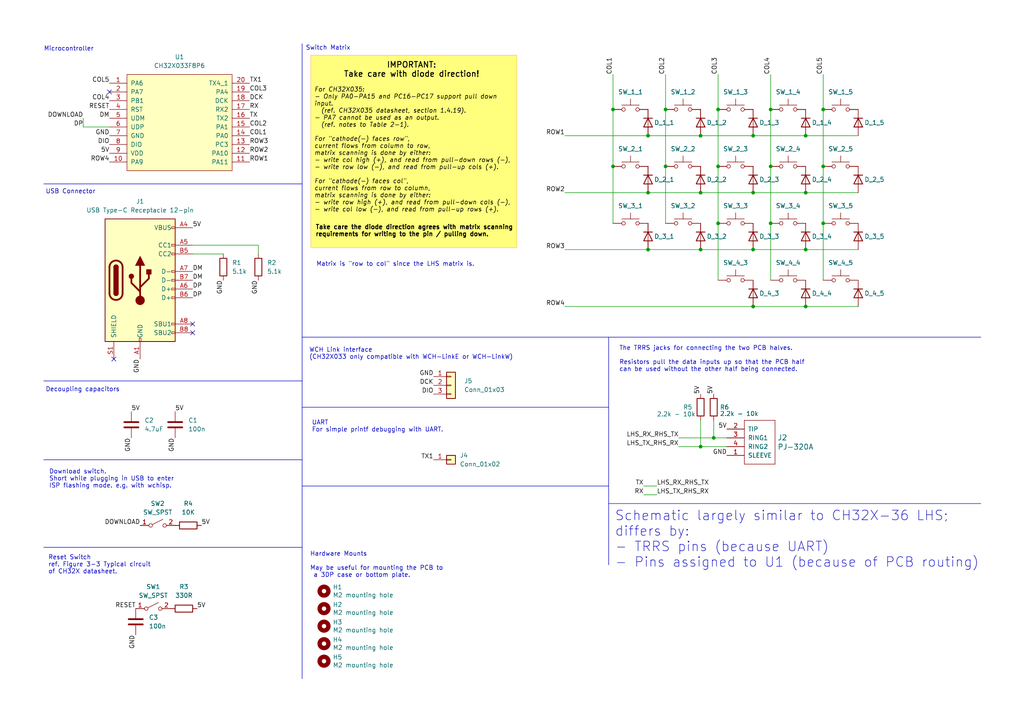
<source format=kicad_sch>
(kicad_sch (version 20250114) (generator "eeschema") (generator_version "9.0")
  (paper "A4")
  (title_block (title "CH32X-36 (LHS)") (date "2025-03-11") (rev "rev2025.1") (company "Richard Goulter (rgoulter)") (comment 1 "Using CH32X MCU.") (comment 2 "LHS of split 3x5+3 keyboard") (comment 3 "Project: https://github.com/rgoulter/keyboard-labs"))
  (lib_symbols
    (symbol "Connector:USB_C_Receptacle_USB2.0" (pin_names (offset 1.016))
      (property "Reference" "J" (at -10.16 19.05 0))
      (property "Value" "USB_C_Receptacle_USB2.0" (at 19.05 19.05 0))
      (symbol "USB_C_Receptacle_USB2.0_0_0"
        (rectangle (start -0.254 -17.78) (end 0.254 -16.764))
        (rectangle (start 10.16 15.494) (end 9.144 14.986))
        (rectangle (start 10.16 10.414) (end 9.144 9.906))
        (rectangle (start 10.16 7.874) (end 9.144 7.366))
        (rectangle (start 10.16 2.794) (end 9.144 2.286))
        (rectangle (start 10.16 0.254) (end 9.144 -0.254))
        (rectangle (start 10.16 -2.286) (end 9.144 -2.794))
        (rectangle (start 10.16 -4.826) (end 9.144 -5.334))
        (rectangle (start 10.16 -12.446) (end 9.144 -12.954))
        (rectangle (start 10.16 -14.986) (end 9.144 -15.494))
      )
      (symbol "USB_C_Receptacle_USB2.0_0_1"
        (rectangle (start -10.16 17.78) (end 10.16 -17.78) (stroke (width 0.254)) (fill (type background)))
        (polyline (pts (xy -8.89 -3.81) (xy -8.89 3.81)) (stroke (width 0.508)))
        (rectangle (start -7.62 -3.81) (end -6.35 3.81) (stroke (width 0.254)) (fill (type outline)))
        (arc (start -7.62 3.81) (mid -6.985 4.4423) (end -6.35 3.81) (stroke (width 0.254)))
        (arc (start -7.62 3.81) (mid -6.985 4.4423) (end -6.35 3.81) (stroke (width 0.254)) (fill (type outline)))
        (arc (start -8.89 3.81) (mid -6.985 5.7067) (end -5.08 3.81) (stroke (width 0.508)))
        (arc (start -5.08 -3.81) (mid -6.985 -5.7067) (end -8.89 -3.81) (stroke (width 0.508)))
        (arc (start -6.35 -3.81) (mid -6.985 -4.4423) (end -7.62 -3.81) (stroke (width 0.254)))
        (arc (start -6.35 -3.81) (mid -6.985 -4.4423) (end -7.62 -3.81) (stroke (width 0.254)) (fill (type outline)))
        (polyline (pts (xy -5.08 3.81) (xy -5.08 -3.81)) (stroke (width 0.508)))
        (circle (center -2.54 1.143) (radius 0.635) (stroke (width 0.254)) (fill (type outline)))
        (polyline (pts (xy -1.27 4.318) (xy 0 6.858) (xy 1.27 4.318) (xy -1.27 4.318)) (stroke (width 0.254)) (fill (type outline)))
        (polyline (pts (xy 0 -2.032) (xy 2.54 0.508) (xy 2.54 1.778)) (stroke (width 0.508)))
        (polyline (pts (xy 0 -3.302) (xy -2.54 -0.762) (xy -2.54 0.508)) (stroke (width 0.508)))
        (polyline (pts (xy 0 -5.842) (xy 0 4.318)) (stroke (width 0.508)))
        (circle (center 0 -5.842) (radius 1.27) (fill (type outline)))
        (rectangle (start 1.905 1.778) (end 3.175 3.048) (stroke (width 0.254)) (fill (type outline)))
      )
      (symbol "USB_C_Receptacle_USB2.0_1_1"
        (pin passive line (at -7.62 -22.86 90) (length 5.08) (name "SHIELD") (number "S1"))
        (pin passive line (at 0 -22.86 90) (length 5.08) (name "GND") (number "A1"))
        (pin passive line (at 0 -22.86 90) (length 5.08) (hide yes) (name "GND") (number "A12"))
        (pin passive line (at 0 -22.86 90) (length 5.08) (hide yes) (name "GND") (number "B1"))
        (pin passive line (at 0 -22.86 90) (length 5.08) (hide yes) (name "GND") (number "B12"))
        (pin passive line (at 15.24 15.24 180) (length 5.08) (name "VBUS") (number "A4"))
        (pin passive line (at 15.24 15.24 180) (length 5.08) (hide yes) (name "VBUS") (number "A9"))
        (pin passive line (at 15.24 15.24 180) (length 5.08) (hide yes) (name "VBUS") (number "B4"))
        (pin passive line (at 15.24 15.24 180) (length 5.08) (hide yes) (name "VBUS") (number "B9"))
        (pin bidirectional line (at 15.24 10.16 180) (length 5.08) (name "CC1") (number "A5"))
        (pin bidirectional line (at 15.24 7.62 180) (length 5.08) (name "CC2") (number "B5"))
        (pin bidirectional line (at 15.24 2.54 180) (length 5.08) (name "D-") (number "A7"))
        (pin bidirectional line (at 15.24 0 180) (length 5.08) (name "D-") (number "B7"))
        (pin bidirectional line (at 15.24 -2.54 180) (length 5.08) (name "D+") (number "A6"))
        (pin bidirectional line (at 15.24 -5.08 180) (length 5.08) (name "D+") (number "B6"))
        (pin bidirectional line (at 15.24 -12.7 180) (length 5.08) (name "SBU1") (number "A8"))
        (pin bidirectional line (at 15.24 -15.24 180) (length 5.08) (name "SBU2") (number "B8"))
      )
    )
    (symbol "Connector_Generic:Conn_01x01" (pin_names (offset 1.016) (hide yes))
      (property "Reference" "J" (at 0 2.54 0))
      (property "Value" "Conn_01x01" (at 0 -2.54 0))
      (symbol "Conn_01x01_1_1"
        (rectangle (start -1.27 1.27) (end 1.27 -1.27) (stroke (width 0.254)) (fill (type background)))
        (rectangle (start -1.27 0.127) (end 0 -0.127) (stroke (width 0.1524)))
        (pin passive line (at -5.08 0 0) (length 3.81) (name "Pin_1") (number "1"))
      )
    )
    (symbol "Connector_Generic:Conn_01x03" (pin_names (offset 1.016) (hide yes))
      (property "Reference" "J" (at 0 5.08 0))
      (property "Value" "Conn_01x03" (at 0 -5.08 0))
      (symbol "Conn_01x03_1_1"
        (rectangle (start -1.27 3.81) (end 1.27 -3.81) (stroke (width 0.254)) (fill (type background)))
        (rectangle (start -1.27 2.667) (end 0 2.413) (stroke (width 0.1524)))
        (rectangle (start -1.27 0.127) (end 0 -0.127) (stroke (width 0.1524)))
        (rectangle (start -1.27 -2.413) (end 0 -2.667) (stroke (width 0.1524)))
        (pin passive line (at -5.08 2.54 0) (length 3.81) (name "Pin_1") (number "1"))
        (pin passive line (at -5.08 0 0) (length 3.81) (name "Pin_2") (number "2"))
        (pin passive line (at -5.08 -2.54 0) (length 3.81) (name "Pin_3") (number "3"))
      )
    )
    (symbol "Device:C" (pin_numbers (hide yes)) (pin_names (offset 0.254))
      (property "Reference" "C" (at 0.635 2.54 0))
      (property "Value" "C" (at 0.635 -2.54 0))
      (symbol "C_0_1"
        (polyline (pts (xy -2.032 0.762) (xy 2.032 0.762)) (stroke (width 0.508)))
        (polyline (pts (xy -2.032 -0.762) (xy 2.032 -0.762)) (stroke (width 0.508)))
      )
      (symbol "C_1_1"
        (pin passive line (at 0 3.81 270) (length 2.794) (name "~") (number "1"))
        (pin passive line (at 0 -3.81 90) (length 2.794) (name "~") (number "2"))
      )
    )
    (symbol "Device:D" (pin_numbers (hide yes)) (pin_names (offset 1.016) (hide yes))
      (property "Reference" "D" (at 0 2.54 0))
      (property "Value" "D" (at 0 -2.54 0))
      (symbol "D_0_1"
        (polyline (pts (xy -1.27 1.27) (xy -1.27 -1.27)) (stroke (width 0.254)))
        (polyline (pts (xy 1.27 1.27) (xy 1.27 -1.27) (xy -1.27 0) (xy 1.27 1.27)) (stroke (width 0.254)))
        (polyline (pts (xy 1.27 0) (xy -1.27 0)))
      )
      (symbol "D_1_1"
        (pin passive line (at -3.81 0 0) (length 2.54) (name "K") (number "1"))
        (pin passive line (at 3.81 0 180) (length 2.54) (name "A") (number "2"))
      )
    )
    (symbol "Device:R" (pin_numbers (hide yes)) (pin_names (offset 0))
      (property "Reference" "R" (at 2.032 0 90))
      (property "Value" "R" (at 0 0 90))
      (symbol "R_0_1"
        (rectangle (start -1.016 -2.54) (end 1.016 2.54) (stroke (width 0.254)))
      )
      (symbol "R_1_1"
        (pin passive line (at 0 3.81 270) (length 1.27) (name "~") (number "1"))
        (pin passive line (at 0 -3.81 90) (length 1.27) (name "~") (number "2"))
      )
    )
    (symbol "Mechanical:MountingHole" (pin_names (offset 1.016))
      (property "Reference" "H" (at 0 5.08 0))
      (property "Value" "MountingHole" (at 0 3.175 0))
      (symbol "MountingHole_0_1"
        (circle (center 0 0) (radius 1.27) (stroke (width 1.27)))
      )
    )
    (symbol "ProjectLocal:CH32X033F8P6" (pin_names (offset 1.016))
      (property "Reference" "U" (at -12.7 27.94 0))
      (property "Value" "CH32X033F8P6" (at 0 12.7 90))
      (symbol "CH32X033F8P6_0_1"
        (rectangle (start -15.24 25.4) (end 15.24 -2.54) (fill (type background)))
      )
      (symbol "CH32X033F8P6_1_1"
        (pin bidirectional line (at -20.32 22.86 0) (length 5.08) (name "PA6") (number "1"))
        (pin input line (at -20.32 20.32 0) (length 5.08) (name "PA7") (number "2"))
        (pin input line (at -20.32 17.78 0) (length 5.08) (name "PB1") (number "3"))
        (pin bidirectional line (at -20.32 15.24 0) (length 5.08) (name "PB7") (number "4") (alternate "RST" bidirectional line))
        (pin input line (at -20.32 12.7 0) (length 5.08) (name "PC16") (number "5") (alternate "UDM" bidirectional line))
        (pin input line (at -20.32 10.16 0) (length 5.08) (name "PC17") (number "6") (alternate "UDP" bidirectional line))
        (pin input line (at -20.32 7.62 0) (length 5.08) (name "GND") (number "7"))
        (pin bidirectional line (at -20.32 5.08 0) (length 5.08) (name "PC18") (number "8") (alternate "DIO" bidirectional line))
        (pin input line (at -20.32 2.54 0) (length 5.08) (name "VDD") (number "9"))
        (pin bidirectional line (at -20.32 0 0) (length 5.08) (name "PA9") (number "10"))
        (pin bidirectional line (at 20.32 22.86 180) (length 5.08) (name "PA5") (number "20") (alternate "TX4_1" power_out line))
        (pin bidirectional line (at 20.32 20.32 180) (length 5.08) (name "PA4") (number "19"))
        (pin bidirectional line (at 20.32 17.78 180) (length 5.08) (name "PC19") (number "18") (alternate "DCK" power_out line))
        (pin bidirectional line (at 20.32 15.24 180) (length 5.08) (name "PA3") (number "17") (alternate "RX2" bidirectional line))
        (pin bidirectional line (at 20.32 12.7 180) (length 5.08) (name "PA2") (number "16") (alternate "TX2" bidirectional line))
        (pin bidirectional line (at 20.32 10.16 180) (length 5.08) (name "PA1") (number "15"))
        (pin bidirectional line (at 20.32 7.62 180) (length 5.08) (name "PA0") (number "14"))
        (pin bidirectional line (at 20.32 5.08 180) (length 5.08) (name "PC3") (number "13"))
        (pin bidirectional line (at 20.32 2.54 180) (length 5.08) (name "PA10") (number "12"))
        (pin bidirectional line (at 20.32 0 180) (length 5.08) (name "PA11") (number "11"))
      )
    )
    (symbol "Switch:SW_Push" (pin_numbers (hide yes)) (pin_names (offset 1.016) (hide yes))
      (property "Reference" "SW" (at 1.27 2.54 0))
      (property "Value" "SW_Push" (at 0 -1.524 0))
      (symbol "SW_Push_0_1"
        (circle (center -2.032 0) (radius 0.508))
        (polyline (pts (xy 0 1.27) (xy 0 3.048)))
        (circle (center 2.032 0) (radius 0.508))
        (polyline (pts (xy 2.54 1.27) (xy -2.54 1.27)))
        (pin passive line (at -5.08 0 0) (length 2.54) (name "1") (number "1"))
        (pin passive line (at 5.08 0 180) (length 2.54) (name "2") (number "2"))
      )
    )
    (symbol "Switch:SW_SPST" (pin_names (offset 0) (hide yes))
      (property "Reference" "SW" (at 0 3.175 0))
      (property "Value" "SW_SPST" (at 0 -2.54 0))
      (symbol "SW_SPST_0_0"
        (circle (center -2.032 0) (radius 0.508))
        (polyline (pts (xy -1.524 0.254) (xy 1.524 1.778)))
        (circle (center 2.032 0) (radius 0.508))
      )
      (symbol "SW_SPST_1_1"
        (pin passive line (at -5.08 0 0) (length 2.54) (name "A") (number "1"))
        (pin passive line (at 5.08 0 180) (length 2.54) (name "B") (number "2"))
      )
    )
    (symbol "keebio:TRRS" (pin_names (offset 1.016))
      (property "Reference" "U" (at 0 15.24 0))
      (property "Value" "TRRS" (at 0 -2.54 0))
      (symbol "TRRS_0_1"
        (rectangle (start -3.81 12.7) (end 5.08 12.7))
        (rectangle (start -3.81 0) (end -3.81 12.7))
        (rectangle (start 5.08 12.7) (end 5.08 0))
        (rectangle (start 5.08 0) (end -3.81 0))
      )
      (symbol "TRRS_1_1"
        (pin input line (at -8.89 10.16 0) (length 5.08) (name "TIP") (number "2"))
        (pin input line (at -8.89 7.62 0) (length 5.08) (name "RING1") (number "3"))
        (pin input line (at -8.89 5.08 0) (length 5.08) (name "RING2") (number "4"))
        (pin input line (at -8.89 2.54 0) (length 5.08) (name "SLEEVE") (number "1"))
      )
    )
  )
  (text "Hardware Mounts\n\nMay be useful for mounting the PCB to\n a 3DP case or bottom plate." (at 89.916 167.64 0) (effects (font (size 1.27 1.27)) (justify left bottom)))
  (text "UART\nFor simple printf debugging with UART." (at 90.424 125.476 0) (effects (font (size 1.27 1.27)) (justify left bottom)))
  (text "IMPORTANT:\nTake care with diode direction!" (at 119.38 20.32 0) (effects (font (size 1.651 1.651) (thickness 0.254) (bold yes))))
  (text "Schematic largely similar to CH32X-36 LHS;\ndiffers by:\n- TRRS pins (because UART)\n- Pins assigned to U1 (because of PCB routing)" (at 178.308 164.846 0) (effects (font (size 2.794 2.794)) (justify left bottom)))
  (text "The TRRS jacks for connecting the two PCB halves.\n\nResistors pull the data inputs up so that the PCB half\ncan be used without the other half being connected." (at 179.578 107.95 0) (effects (font (size 1.27 1.27)) (justify left bottom)))
  (text "Download switch.\nShort while plugging in USB to enter\nISP flashing mode. e.g. with wchisp." (at 14.224 141.732 0) (effects (font (size 1.27 1.27)) (justify left bottom)))
  (text "Take care the diode direction agrees with matrix scanning\nrequirements for writing to the pin / pulling down." (at 91.44 67.056 0) (effects (font (size 1.27 1.27) (thickness 0.254) (bold yes)) (justify left)))
  (text "Microcontroller" (at 12.7 14.986 0) (effects (font (size 1.27 1.27)) (justify left bottom)))
  (text "Decoupling capacitors" (at 13.208 113.792 0) (effects (font (size 1.27 1.27)) (justify left bottom)))
  (text "USB Connector" (at 13.208 56.388 0) (effects (font (size 1.27 1.27)) (justify left bottom)))
  (text "WCH Link interface\n(CH32X033 only compatible with WCH-LinkE or WCH-LinkW)" (at 89.662 104.394 0) (effects (font (size 1.27 1.27)) (justify left bottom)))
  (text "Reset Switch\nref. Figure 3-3 Typical circuit\nof CH32X datasheet." (at 13.97 166.624 0) (effects (font (size 1.27 1.27)) (justify left bottom)))
  (text "Switch Matrix" (at 88.646 14.732 0) (effects (font (size 1.27 1.27)) (justify left bottom)))
  (text "Matrix is \"row to col\" since the LHS matrix is." (at 91.694 75.946 0) (effects (font (size 1.27 1.27)) (justify left top)))
  (text_box "\n\n\n\nFor CH32X035:\n- Only PA0-PA15 and PC16-PC17 support pull down input.\n  (ref. CH32X035 datasheet, section 1.4.19).\n- PA7 cannot be used as an output.\n  (ref. notes to Table 2-1).\n\nFor \"cathode(-) faces row\",\ncurrent flows from column to row,\nmatrix scanning is done by either:\n- write col high (+), and read from pull-down rows (-),\n- write row low (-), and read from pull-up cols (+).\n\nFor \"cathode(-) faces col\",\ncurrent flows from row to column,\nmatrix scanning is done by either:\n- write row high (+), and read from pull-down cols (-),\n- write col low (-), and read from pull-up rows (+)." (at 90.17 16.002 0) (size 59.69 55.88) (margins 0.9652 0.9652 0.9652 0.9652) (stroke (width 0.0254) (color 255 153 0 1)) (fill (type color) (color 255 255 0 0.51)) (effects (font (size 1.27 1.27) (italic yes)) (justify left top)))
  (junction (at 187.96 55.88))
  (junction (at 233.68 88.9))
  (junction (at 218.44 55.88))
  (junction (at 208.28 31.75))
  (junction (at 203.2 55.88))
  (junction (at 233.68 55.88))
  (junction (at 177.8 48.26))
  (junction (at 233.68 39.37))
  (junction (at 223.52 31.75))
  (junction (at 207.01 127))
  (junction (at 208.28 48.26))
  (junction (at 187.96 72.39))
  (junction (at 203.2 39.37))
  (junction (at 177.8 31.75))
  (junction (at 238.76 48.26))
  (junction (at 218.44 39.37))
  (junction (at 193.04 48.26))
  (junction (at 238.76 64.77))
  (junction (at 218.44 88.9))
  (junction (at 193.04 31.75))
  (junction (at 233.68 72.39))
  (junction (at 218.44 72.39))
  (junction (at 238.76 31.75))
  (junction (at 187.96 39.37))
  (junction (at 223.52 48.26))
  (junction (at 208.28 64.77))
  (junction (at 223.52 64.77))
  (junction (at 203.2 129.54))
  (junction (at 203.2 72.39))
  (no_connect (at 33.02 104.14))
  (no_connect (at 55.88 93.98))
  (no_connect (at 31.75 26.67))
  (no_connect (at 55.88 96.52))
  (polyline (pts (xy 12.7 110.49) (xy 87.63 110.49)))
  (wire (pts (xy 223.52 21.59) (xy 223.52 31.75)))
  (polyline (pts (xy 87.63 110.49) (xy 87.63 97.79)))
  (polyline (pts (xy 176.53 146.05) (xy 284.48 146.05)))
  (wire (pts (xy 186.69 140.97) (xy 190.5 140.97)))
  (wire (pts (xy 218.44 39.37) (xy 233.68 39.37)))
  (wire (pts (xy 208.28 31.75) (xy 208.28 48.26)))
  (wire (pts (xy 207.01 127) (xy 207.01 121.92)))
  (wire (pts (xy 208.28 64.77) (xy 208.28 81.28)))
  (wire (pts (xy 203.2 129.54) (xy 210.82 129.54)))
  (polyline (pts (xy 12.7 133.35) (xy 87.63 133.35)))
  (wire (pts (xy 203.2 55.88) (xy 218.44 55.88)))
  (polyline (pts (xy 87.63 110.49) (xy 87.63 196.85)))
  (wire (pts (xy 196.85 129.54) (xy 203.2 129.54)))
  (wire (pts (xy 233.68 88.9) (xy 248.92 88.9)))
  (wire (pts (xy 163.83 55.88) (xy 187.96 55.88)))
  (wire (pts (xy 177.8 48.26) (xy 177.8 64.77)))
  (wire (pts (xy 163.83 72.39) (xy 187.96 72.39)))
  (wire (pts (xy 193.04 31.75) (xy 193.04 48.26)))
  (wire (pts (xy 55.88 73.66) (xy 64.77 73.66)))
  (wire (pts (xy 238.76 64.77) (xy 238.76 81.28)))
  (wire (pts (xy 218.44 88.9) (xy 233.68 88.9)))
  (wire (pts (xy 203.2 72.39) (xy 218.44 72.39)))
  (wire (pts (xy 187.96 55.88) (xy 203.2 55.88)))
  (wire (pts (xy 208.28 48.26) (xy 208.28 64.77)))
  (wire (pts (xy 55.88 71.12) (xy 74.93 71.12)))
  (wire (pts (xy 193.04 48.26) (xy 193.04 64.77)))
  (polyline (pts (xy 87.63 118.11) (xy 176.53 118.11)))
  (polyline (pts (xy 176.53 97.79) (xy 176.53 163.83)))
  (wire (pts (xy 223.52 48.26) (xy 223.52 64.77)))
  (polyline (pts (xy 87.63 12.7) (xy 87.63 97.79)))
  (wire (pts (xy 187.96 72.39) (xy 203.2 72.39)))
  (wire (pts (xy 74.93 73.66) (xy 74.93 71.12)))
  (wire (pts (xy 233.68 39.37) (xy 248.92 39.37)))
  (wire (pts (xy 24.13 36.83) (xy 24.13 34.29)))
  (wire (pts (xy 223.52 31.75) (xy 223.52 48.26)))
  (wire (pts (xy 208.28 21.59) (xy 208.28 31.75)))
  (wire (pts (xy 203.2 39.37) (xy 218.44 39.37)))
  (wire (pts (xy 193.04 21.59) (xy 193.04 31.75)))
  (wire (pts (xy 223.52 64.77) (xy 223.52 81.28)))
  (wire (pts (xy 238.76 48.26) (xy 238.76 64.77)))
  (polyline (pts (xy 87.63 140.97) (xy 176.53 140.97)))
  (wire (pts (xy 238.76 31.75) (xy 238.76 48.26)))
  (wire (pts (xy 24.13 36.83) (xy 31.75 36.83)))
  (wire (pts (xy 163.83 39.37) (xy 187.96 39.37)))
  (wire (pts (xy 163.83 88.9) (xy 218.44 88.9)))
  (polyline (pts (xy 12.7 53.34) (xy 87.63 53.34)))
  (polyline (pts (xy 87.63 97.79) (xy 284.48 97.79)))
  (polyline (pts (xy 12.7 158.75) (xy 87.63 158.75)))
  (wire (pts (xy 233.68 72.39) (xy 248.92 72.39)))
  (wire (pts (xy 186.69 143.51) (xy 190.5 143.51)))
  (wire (pts (xy 203.2 129.54) (xy 203.2 121.92)))
  (wire (pts (xy 233.68 55.88) (xy 248.92 55.88)))
  (wire (pts (xy 238.76 21.59) (xy 238.76 31.75)))
  (wire (pts (xy 177.8 31.75) (xy 177.8 48.26)))
  (wire (pts (xy 177.8 21.59) (xy 177.8 31.75)))
  (wire (pts (xy 218.44 55.88) (xy 233.68 55.88)))
  (wire (pts (xy 196.85 127) (xy 207.01 127)))
  (wire (pts (xy 218.44 72.39) (xy 233.68 72.39)))
  (wire (pts (xy 207.01 127) (xy 210.82 127)))
  (wire (pts (xy 187.96 39.37) (xy 203.2 39.37)))
  (label "5V" (at 50.8 119.38 0))
  (label "COL4" (at 223.52 21.59 90))
  (label "ROW2" (at 163.83 55.88 180))
  (label "5V" (at 58.42 152.4 0))
  (label "DCK" (at 72.39 29.21 0))
  (label "GND" (at 38.1 127 270))
  (label "LHS_TX_RHS_RX" (at 196.85 129.54 180))
  (label "COL1" (at 177.8 21.59 90))
  (label "5V" (at 38.1 119.38 0))
  (label "RX" (at 186.69 143.51 180))
  (label "COL2" (at 193.04 21.59 90))
  (label "COL5" (at 238.76 21.59 90))
  (label "RESET" (at 31.75 31.75 180))
  (label "RESET" (at 39.37 176.53 180))
  (label "DIO" (at 125.73 114.3 180))
  (label "COL4" (at 31.75 29.21 180))
  (label "5V" (at 203.2 114.3 90))
  (label "ROW4" (at 163.83 88.9 180))
  (label "5V" (at 55.88 66.04 0))
  (label "DP" (at 55.88 86.36 0))
  (label "TX" (at 186.69 140.97 180))
  (label "DM" (at 55.88 81.28 0))
  (label "5V" (at 210.82 124.46 180))
  (label "LHS_TX_RHS_RX" (at 190.5 143.51 0))
  (label "GND" (at 125.73 109.22 180))
  (label "ROW1" (at 163.83 39.37 180))
  (label "5V" (at 207.01 114.3 90))
  (label "5V" (at 57.15 176.53 0))
  (label "GND" (at 39.37 184.15 270))
  (label "GND" (at 210.82 132.08 180))
  (label "GND" (at 74.93 81.28 270))
  (label "TX1" (at 125.73 133.35 180))
  (label "RX" (at 72.39 31.75 0))
  (label "DIO" (at 31.75 41.91 180))
  (label "COL3" (at 208.28 21.59 90))
  (label "DP" (at 24.13 36.83 180))
  (label "ROW3" (at 72.39 41.91 0))
  (label "COL2" (at 72.39 36.83 0))
  (label "DP" (at 55.88 83.82 0))
  (label "COL1" (at 72.39 39.37 0))
  (label "GND" (at 64.77 81.28 270))
  (label "ROW4" (at 31.75 46.99 180))
  (label "GND" (at 40.64 104.14 270))
  (label "DM" (at 31.75 34.29 180))
  (label "COL3" (at 72.39 26.67 0))
  (label "LHS_RX_RHS_TX" (at 190.5 140.97 0))
  (label "GND" (at 50.8 127 270))
  (label "ROW3" (at 163.83 72.39 180))
  (label "GND" (at 31.75 39.37 180))
  (label "TX" (at 72.39 34.29 0))
  (label "COL5" (at 31.75 24.13 180))
  (label "DOWNLOAD" (at 24.13 34.29 180))
  (label "DCK" (at 125.73 111.76 180))
  (label "ROW2" (at 72.39 44.45 0))
  (label "DM" (at 55.88 78.74 0))
  (label "TX1" (at 72.39 24.13 0))
  (label "5V" (at 31.75 44.45 180))
  (label "ROW1" (at 72.39 46.99 0))
  (label "LHS_RX_RHS_TX" (at 196.85 127 180))
  (label "DOWNLOAD" (at 40.64 152.4 180))
  (symbol (lib_id "ProjectLocal:CH32X033F8P6") (at 52.07 46.99 0) (unit 1)
    (property "Reference" "U1" (at 52.07 16.51 0))
    (property "Value" "CH32X033F8P6" (at 52.07 19.05 0))
    (property "Footprint" "Package_SO:TSSOP-20_4.4x6.5mm_P0.65mm" (effects (hide yes)))
    (property "Description" "CH32X033F8P6" (effects (hide yes)))
    (pin "16" (alternate "TX2"))
    (pin "17" (alternate "RX2"))
    (pin "18" (alternate "DCK"))
    (pin "20" (alternate "TX4_1"))
    (pin "4" (alternate "RST"))
    (pin "5" (alternate "UDM"))
    (pin "6" (alternate "UDP"))
    (pin "8" (alternate "DIO"))
  )
  (symbol (lib_id "Switch:SW_Push") (at 198.12 64.77 0) (unit 1)
    (property "Reference" "SW_3_2" (at 198.12 59.69 0))
    (property "Value" "MX-compatible" (effects (hide yes)))
    (property "Footprint" "ProjectLocal:SW_Cherry_MX_PCB_1.00u_BSilkRef" (effects (hide yes)))
    (property "Description" "Mechanical Keyboard Switch" (effects (hide yes)))
  )
  (symbol (lib_id "Device:D") (at 248.92 85.09 270) (unit 1)
    (property "Reference" "D_4_5" (at 256.54 85.09 90) (effects (justify right)))
    (property "Value" "1N4148" (effects (hide yes)))
    (property "Footprint" "Diode_SMD:D_SOD-123" (effects (hide yes)))
    (property "Description" "Diode (0805)" (effects (hide yes)))
    (property "LCSC" "C81598" (effects (hide yes)))
  )
  (symbol (lib_id "Device:D") (at 248.92 35.56 270) (unit 1)
    (property "Reference" "D_1_5" (at 256.54 35.56 90) (effects (justify right)))
    (property "Value" "1N4148" (effects (hide yes)))
    (property "Footprint" "Diode_SMD:D_SOD-123" (effects (hide yes)))
    (property "Description" "Diode (0805)" (effects (hide yes)))
    (property "LCSC" "C81598" (effects (hide yes)))
  )
  (symbol (lib_id "Device:D") (at 218.44 85.09 270) (unit 1)
    (property "Reference" "D_4_3" (at 226.06 85.09 90) (effects (justify right)))
    (property "Value" "1N4148" (effects (hide yes)))
    (property "Footprint" "Diode_SMD:D_SOD-123" (effects (hide yes)))
    (property "Description" "Diode (0805)" (effects (hide yes)))
    (property "LCSC" "C81598" (effects (hide yes)))
  )
  (symbol (lib_id "Switch:SW_Push") (at 228.6 81.28 0) (unit 1)
    (property "Reference" "SW_4_4" (at 228.6 76.2 0))
    (property "Value" "MX-compatible" (effects (hide yes)))
    (property "Footprint" "ProjectLocal:SW_Cherry_MX_PCB_1.00u_BSilkRef" (effects (hide yes)))
    (property "Description" "Mechanical Keyboard Switch" (effects (hide yes)))
  )
  (symbol (lib_id "Switch:SW_Push") (at 198.12 31.75 0) (unit 1)
    (property "Reference" "SW_1_2" (at 198.12 26.67 0))
    (property "Value" "MX-compatible" (effects (hide yes)))
    (property "Footprint" "ProjectLocal:SW_Cherry_MX_PCB_1.00u_BSilkRef" (effects (hide yes)))
    (property "Description" "Mechanical Keyboard Switch" (effects (hide yes)))
  )
  (symbol (lib_id "Switch:SW_Push") (at 228.6 31.75 0) (unit 1)
    (property "Reference" "SW_1_4" (at 228.6 26.67 0))
    (property "Value" "MX-compatible" (effects (hide yes)))
    (property "Footprint" "ProjectLocal:SW_Cherry_MX_PCB_1.00u_BSilkRef" (effects (hide yes)))
    (property "Description" "Mechanical Keyboard Switch" (effects (hide yes)))
  )
  (symbol (lib_id "Mechanical:MountingHole") (at 93.98 181.61 0) (unit 1)
    (property "Reference" "H3" (at 96.52 180.4416 0) (effects (justify left)))
    (property "Value" "M2 mounting hole" (at 96.52 182.753 0) (effects (justify left)))
    (property "Footprint" "MountingHole:MountingHole_2.2mm_M2_DIN965" (effects (hide yes)))
  )
  (symbol (lib_id "Device:R") (at 64.77 77.47 0) (unit 1)
    (property "Reference" "R1" (at 67.31 76.2 0) (effects (justify left)))
    (property "Value" "5.1k" (at 67.31 78.74 0) (effects (justify left)))
    (property "Footprint" "Resistor_SMD:R_0805_2012Metric" (effects (hide yes)))
    (property "LCSC" "C27834" (effects (hide yes)))
  )
  (symbol (lib_id "Mechanical:MountingHole") (at 93.98 176.53 0) (unit 1)
    (property "Reference" "H2" (at 96.52 175.3616 0) (effects (justify left)))
    (property "Value" "M2 mounting hole" (at 96.52 177.673 0) (effects (justify left)))
    (property "Footprint" "MountingHole:MountingHole_2.2mm_M2_DIN965" (effects (hide yes)))
  )
  (symbol (lib_id "Connector_Generic:Conn_01x01") (at 130.81 133.35 0) (unit 1) (in_bom no)
    (property "Reference" "J4" (at 133.35 132.0799 0) (effects (justify left)))
    (property "Value" "Conn_01x02" (at 133.35 134.6199 0) (effects (justify left)))
    (property "Footprint" "Connector_PinHeader_2.54mm:PinHeader_1x01_P2.54mm_Vertical" (effects (hide yes)))
    (property "Description" "Generic connector, single row, 01x01, script generated (kicad-library-utils/schlib/autogen/connector/)" (effects (hide yes)))
  )
  (symbol (lib_id "Device:D") (at 233.68 85.09 270) (unit 1)
    (property "Reference" "D_4_4" (at 241.3 85.09 90) (effects (justify right)))
    (property "Value" "1N4148" (effects (hide yes)))
    (property "Footprint" "Diode_SMD:D_SOD-123" (effects (hide yes)))
    (property "Description" "Diode (0805)" (effects (hide yes)))
    (property "LCSC" "C81598" (effects (hide yes)))
  )
  (symbol (lib_id "Device:D") (at 248.92 68.58 270) (unit 1)
    (property "Reference" "D_3_5" (at 256.54 68.58 90) (effects (justify right)))
    (property "Value" "1N4148" (effects (hide yes)))
    (property "Footprint" "Diode_SMD:D_SOD-123" (effects (hide yes)))
    (property "Description" "Diode (0805)" (effects (hide yes)))
    (property "LCSC" "C81598" (effects (hide yes)))
  )
  (symbol (lib_id "Connector:USB_C_Receptacle_USB2.0") (at 40.64 81.28 0) (unit 1)
    (property "Reference" "J1" (at 40.64 58.42 0))
    (property "Value" "USB Type-C Receptacle 12-pin" (at 40.64 60.96 0))
    (property "Footprint" "Connector_USB:USB_C_Receptacle_HRO_TYPE-C-31-M-12" (effects (hide yes)))
    (property "Datasheet" "https://www.usb.org/sites/default/files/documents/usb_type-c.zip" (effects (hide yes)))
    (property "LCSC" "C165948" (effects (hide yes)))
  )
  (symbol (lib_id "Switch:SW_SPST") (at 45.72 152.4 0) (unit 1) (in_bom no)
    (property "Reference" "SW2" (at 45.72 146.05 0))
    (property "Value" "SW_SPST" (at 45.72 148.59 0))
    (property "Footprint" "Connector_Wire:SolderWire-0.5sqmm_1x02_P4.6mm_D0.9mm_OD2.1mm" (effects (hide yes)))
  )
  (symbol (lib_id "Switch:SW_Push") (at 243.84 64.77 0) (unit 1)
    (property "Reference" "SW_3_5" (at 243.84 59.69 0))
    (property "Value" "MX-compatible" (effects (hide yes)))
    (property "Footprint" "ProjectLocal:SW_Cherry_MX_PCB_1.00u_BSilkRef" (effects (hide yes)))
    (property "Description" "Mechanical Keyboard Switch" (effects (hide yes)))
  )
  (symbol (lib_id "Device:C") (at 38.1 123.19 0) (unit 1)
    (property "Reference" "C2" (at 41.91 121.9199 0) (effects (justify left)))
    (property "Value" "4.7uF" (at 41.91 124.4599 0) (effects (justify left)))
    (property "Footprint" "Capacitor_SMD:C_0805_2012Metric" (effects (hide yes)))
    (property "LCSC" "C1779" (effects (hide yes)))
  )
  (symbol (lib_id "Switch:SW_Push") (at 182.88 48.26 0) (unit 1)
    (property "Reference" "SW_2_1" (at 182.88 43.18 0))
    (property "Value" "MX-compatible" (effects (hide yes)))
    (property "Footprint" "ProjectLocal:SW_Cherry_MX_PCB_1.00u_BSilkRef" (effects (hide yes)))
    (property "Description" "Mechanical Keyboard Switch" (effects (hide yes)))
  )
  (symbol (lib_id "Switch:SW_Push") (at 213.36 81.28 0) (unit 1)
    (property "Reference" "SW_4_3" (at 213.36 76.2 0))
    (property "Value" "MX-compatible" (effects (hide yes)))
    (property "Footprint" "ProjectLocal:SW_Cherry_MX_PCB_1.00u_BSilkRef" (effects (hide yes)))
    (property "Description" "Mechanical Keyboard Switch" (effects (hide yes)))
  )
  (symbol (lib_id "Device:R") (at 207.01 118.11 0) (unit 1)
    (property "Reference" "R6" (at 208.788 118.11 0) (effects (justify left)))
    (property "Value" "2.2k - 10k" (at 208.788 119.253 0) (effects (justify left top)))
    (property "Footprint" "Resistor_SMD:R_0805_2012Metric" (effects (hide yes)))
    (property "Description" "Resistor (0805)" (effects (hide yes)))
    (property "Comment" "R3, for RGB LEDs. R5, R6 for OLED screen" (effects (hide yes)))
  )
  (symbol (lib_id "Device:D") (at 203.2 52.07 270) (unit 1)
    (property "Reference" "D_2_2" (at 210.82 52.07 90) (effects (justify right)))
    (property "Value" "1N4148" (effects (hide yes)))
    (property "Footprint" "Diode_SMD:D_SOD-123" (effects (hide yes)))
    (property "Description" "Diode (0805)" (effects (hide yes)))
    (property "LCSC" "C81598" (effects (hide yes)))
  )
  (symbol (lib_id "Device:R") (at 53.34 176.53 90) (unit 1)
    (property "Reference" "R3" (at 53.34 170.18 90))
    (property "Value" "330R" (at 53.34 172.72 90))
    (property "Footprint" "Resistor_SMD:R_0805_2012Metric" (effects (hide yes)))
    (property "LCSC" "C17630" (effects (hide yes)))
  )
  (symbol (lib_id "Switch:SW_Push") (at 243.84 31.75 0) (unit 1)
    (property "Reference" "SW_1_5" (at 243.84 26.67 0))
    (property "Value" "MX-compatible" (effects (hide yes)))
    (property "Footprint" "ProjectLocal:SW_Cherry_MX_PCB_1.00u_BSilkRef" (effects (hide yes)))
    (property "Description" "Mechanical Keyboard Switch" (effects (hide yes)))
  )
  (symbol (lib_id "Switch:SW_Push") (at 213.36 31.75 0) (unit 1)
    (property "Reference" "SW_1_3" (at 213.36 26.67 0))
    (property "Value" "MX-compatible" (effects (hide yes)))
    (property "Footprint" "ProjectLocal:SW_Cherry_MX_PCB_1.00u_BSilkRef" (effects (hide yes)))
    (property "Description" "Mechanical Keyboard Switch" (effects (hide yes)))
  )
  (symbol (lib_id "Device:D") (at 187.96 52.07 270) (unit 1)
    (property "Reference" "D_2_1" (at 195.58 52.07 90) (effects (justify right)))
    (property "Value" "1N4148" (effects (hide yes)))
    (property "Footprint" "Diode_SMD:D_SOD-123" (effects (hide yes)))
    (property "Description" "Diode (0805)" (effects (hide yes)))
    (property "LCSC" "C81598" (effects (hide yes)))
  )
  (symbol (lib_id "Device:C") (at 50.8 123.19 0) (unit 1)
    (property "Reference" "C1" (at 54.61 121.92 0) (effects (justify left)))
    (property "Value" "100n" (at 54.61 124.46 0) (effects (justify left)))
    (property "Footprint" "Capacitor_SMD:C_0805_2012Metric" (effects (hide yes)))
    (property "LCSC" "C28233" (effects (hide yes)))
  )
  (symbol (lib_id "Device:D") (at 218.44 52.07 270) (unit 1)
    (property "Reference" "D_2_3" (at 226.06 52.07 90) (effects (justify right)))
    (property "Value" "1N4148" (effects (hide yes)))
    (property "Footprint" "Diode_SMD:D_SOD-123" (effects (hide yes)))
    (property "Description" "Diode (0805)" (effects (hide yes)))
    (property "LCSC" "C81598" (effects (hide yes)))
  )
  (symbol (lib_id "Switch:SW_SPST") (at 44.45 176.53 0) (unit 1)
    (property "Reference" "SW1" (at 44.45 170.18 0))
    (property "Value" "SW_SPST" (at 44.45 172.72 0))
    (property "Footprint" "Connector_Wire:SolderWire-0.5sqmm_1x02_P4.6mm_D0.9mm_OD2.1mm" (effects (hide yes)))
  )
  (symbol (lib_id "keebio:TRRS") (at 219.71 134.62 0) (unit 1)
    (property "Reference" "J2" (at 225.5012 126.9238 0) (effects (font (size 1.524 1.524)) (justify left)))
    (property "Value" "PJ-320A" (at 225.5012 129.6162 0) (effects (font (size 1.524 1.524)) (justify left)))
    (property "Footprint" "Keebio-Parts:TRRS-PJ-320A" (effects (hide yes)))
    (property "Description" "TRRS (4-pole) Jack" (effects (hide yes)))
  )
  (symbol (lib_id "Device:D") (at 233.68 52.07 270) (unit 1)
    (property "Reference" "D_2_4" (at 241.3 52.07 90) (effects (justify right)))
    (property "Value" "1N4148" (effects (hide yes)))
    (property "Footprint" "Diode_SMD:D_SOD-123" (effects (hide yes)))
    (property "Description" "Diode (0805)" (effects (hide yes)))
    (property "LCSC" "C81598" (effects (hide yes)))
  )
  (symbol (lib_id "Switch:SW_Push") (at 198.12 48.26 0) (unit 1)
    (property "Reference" "SW_2_2" (at 198.12 43.18 0))
    (property "Value" "MX-compatible" (effects (hide yes)))
    (property "Footprint" "ProjectLocal:SW_Cherry_MX_PCB_1.00u_BSilkRef" (effects (hide yes)))
    (property "Description" "Mechanical Keyboard Switch" (effects (hide yes)))
  )
  (symbol (lib_id "Device:D") (at 218.44 35.56 270) (unit 1)
    (property "Reference" "D_1_3" (at 226.06 35.56 90) (effects (justify right)))
    (property "Value" "1N4148" (effects (hide yes)))
    (property "Footprint" "Diode_SMD:D_SOD-123" (effects (hide yes)))
    (property "Description" "Diode (0805)" (effects (hide yes)))
    (property "LCSC" "C81598" (effects (hide yes)))
  )
  (symbol (lib_id "Device:D") (at 203.2 68.58 270) (unit 1)
    (property "Reference" "D_3_2" (at 210.82 68.58 90) (effects (justify right)))
    (property "Value" "1N4148" (effects (hide yes)))
    (property "Footprint" "Diode_SMD:D_SOD-123" (effects (hide yes)))
    (property "Description" "Diode (0805)" (effects (hide yes)))
    (property "LCSC" "C81598" (effects (hide yes)))
  )
  (symbol (lib_id "Switch:SW_Push") (at 243.84 48.26 0) (unit 1)
    (property "Reference" "SW_2_5" (at 243.84 43.18 0))
    (property "Value" "MX-compatible" (effects (hide yes)))
    (property "Footprint" "ProjectLocal:SW_Cherry_MX_PCB_1.00u_BSilkRef" (effects (hide yes)))
    (property "Description" "Mechanical Keyboard Switch" (effects (hide yes)))
  )
  (symbol (lib_id "Device:R") (at 54.61 152.4 90) (unit 1)
    (property "Reference" "R4" (at 54.61 146.05 90))
    (property "Value" "10K" (at 54.61 148.59 90))
    (property "Footprint" "Resistor_SMD:R_0805_2012Metric" (effects (hide yes)))
    (property "LCSC" "C17414" (effects (hide yes)))
  )
  (symbol (lib_id "Switch:SW_Push") (at 213.36 64.77 0) (unit 1)
    (property "Reference" "SW_3_3" (at 213.36 59.69 0))
    (property "Value" "MX-compatible" (effects (hide yes)))
    (property "Footprint" "ProjectLocal:SW_Cherry_MX_PCB_1.00u_BSilkRef" (effects (hide yes)))
    (property "Description" "Mechanical Keyboard Switch" (effects (hide yes)))
  )
  (symbol (lib_id "Device:D") (at 233.68 35.56 270) (unit 1)
    (property "Reference" "D_1_4" (at 241.3 35.56 90) (effects (justify right)))
    (property "Value" "1N4148" (effects (hide yes)))
    (property "Footprint" "Diode_SMD:D_SOD-123" (effects (hide yes)))
    (property "Description" "Diode (0805)" (effects (hide yes)))
    (property "LCSC" "C81598" (effects (hide yes)))
  )
  (symbol (lib_id "Device:D") (at 248.92 52.07 270) (unit 1)
    (property "Reference" "D_2_5" (at 256.54 52.07 90) (effects (justify right)))
    (property "Value" "1N4148" (effects (hide yes)))
    (property "Footprint" "Diode_SMD:D_SOD-123" (effects (hide yes)))
    (property "Description" "Diode (0805)" (effects (hide yes)))
    (property "LCSC" "C81598" (effects (hide yes)))
  )
  (symbol (lib_id "Switch:SW_Push") (at 243.84 81.28 0) (unit 1)
    (property "Reference" "SW_4_5" (at 243.84 76.2 0))
    (property "Value" "MX-compatible" (effects (hide yes)))
    (property "Footprint" "ProjectLocal:SW_Cherry_MX_PCB_1.00u_BSilkRef" (effects (hide yes)))
    (property "Description" "Mechanical Keyboard Switch" (effects (hide yes)))
  )
  (symbol (lib_id "Switch:SW_Push") (at 213.36 48.26 0) (unit 1)
    (property "Reference" "SW_2_3" (at 213.36 43.18 0))
    (property "Value" "MX-compatible" (effects (hide yes)))
    (property "Footprint" "ProjectLocal:SW_Cherry_MX_PCB_1.00u_BSilkRef" (effects (hide yes)))
    (property "Description" "Mechanical Keyboard Switch" (effects (hide yes)))
  )
  (symbol (lib_id "Mechanical:MountingHole") (at 93.98 171.45 0) (unit 1)
    (property "Reference" "H1" (at 96.52 170.2816 0) (effects (justify left)))
    (property "Value" "M2 mounting hole" (at 96.52 172.593 0) (effects (justify left)))
    (property "Footprint" "MountingHole:MountingHole_2.2mm_M2_DIN965" (effects (hide yes)))
  )
  (symbol (lib_id "Connector_Generic:Conn_01x03") (at 130.81 111.76 0) (unit 1) (in_bom no)
    (property "Reference" "J5" (at 134.62 110.4899 0) (effects (justify left)))
    (property "Value" "Conn_01x03" (at 134.62 113.0299 0) (effects (justify left)))
    (property "Footprint" "Connector_PinHeader_2.54mm:PinHeader_1x03_P2.54mm_Vertical" (effects (hide yes)))
    (property "Description" "Generic connector, single row, 01x03, script generated (kicad-library-utils/schlib/autogen/connector/)" (effects (hide yes)))
  )
  (symbol (lib_id "Device:C") (at 39.37 180.34 0) (unit 1)
    (property "Reference" "C3" (at 43.18 179.0699 0) (effects (justify left)))
    (property "Value" "100n" (at 43.18 181.6099 0) (effects (justify left)))
    (property "Footprint" "Capacitor_SMD:C_0805_2012Metric" (effects (hide yes)))
    (property "LCSC" "C28233" (effects (hide yes)))
  )
  (symbol (lib_id "Device:D") (at 187.96 68.58 270) (unit 1)
    (property "Reference" "D_3_1" (at 195.58 68.58 90) (effects (justify right)))
    (property "Value" "1N4148" (effects (hide yes)))
    (property "Footprint" "Diode_SMD:D_SOD-123" (effects (hide yes)))
    (property "Description" "Diode (0805)" (effects (hide yes)))
    (property "LCSC" "C81598" (effects (hide yes)))
  )
  (symbol (lib_id "Device:D") (at 233.68 68.58 270) (unit 1)
    (property "Reference" "D_3_4" (at 241.3 68.58 90) (effects (justify right)))
    (property "Value" "1N4148" (effects (hide yes)))
    (property "Footprint" "Diode_SMD:D_SOD-123" (effects (hide yes)))
    (property "Description" "Diode (0805)" (effects (hide yes)))
    (property "LCSC" "C81598" (effects (hide yes)))
  )
  (symbol (lib_id "Switch:SW_Push") (at 182.88 64.77 0) (unit 1)
    (property "Reference" "SW_3_1" (at 182.88 59.69 0))
    (property "Value" "MX-compatible" (effects (hide yes)))
    (property "Footprint" "ProjectLocal:SW_Cherry_MX_PCB_1.00u_BSilkRef" (effects (hide yes)))
    (property "Description" "Mechanical Keyboard Switch" (effects (hide yes)))
  )
  (symbol (lib_id "Device:R") (at 74.93 77.47 0) (unit 1)
    (property "Reference" "R2" (at 77.47 76.2 0) (effects (justify left)))
    (property "Value" "5.1k" (at 77.47 78.74 0) (effects (justify left)))
    (property "Footprint" "Resistor_SMD:R_0805_2012Metric" (effects (hide yes)))
    (property "LCSC" "C27834" (effects (hide yes)))
  )
  (symbol (lib_id "Switch:SW_Push") (at 228.6 64.77 0) (unit 1)
    (property "Reference" "SW_3_4" (at 228.6 59.69 0))
    (property "Value" "MX-compatible" (effects (hide yes)))
    (property "Footprint" "ProjectLocal:SW_Cherry_MX_PCB_1.00u_BSilkRef" (effects (hide yes)))
    (property "Description" "Mechanical Keyboard Switch" (effects (hide yes)))
  )
  (symbol (lib_id "Device:R") (at 203.2 118.11 0) (unit 1)
    (property "Reference" "R5" (at 198.12 118.11 0) (effects (justify left)))
    (property "Value" "2.2k - 10k" (at 190.5 119.38 0) (effects (justify left top)))
    (property "Footprint" "Resistor_SMD:R_0805_2012Metric" (effects (hide yes)))
    (property "Description" "Resistor (0805)" (effects (hide yes)))
    (property "Comment" "R3, for RGB LEDs. R5, R6 for OLED screen" (effects (hide yes)))
  )
  (symbol (lib_id "Device:D") (at 203.2 35.56 270) (unit 1)
    (property "Reference" "D_1_2" (at 210.82 35.56 90) (effects (justify right)))
    (property "Value" "1N4148" (effects (hide yes)))
    (property "Footprint" "Diode_SMD:D_SOD-123" (effects (hide yes)))
    (property "Description" "Diode (0805)" (effects (hide yes)))
    (property "LCSC" "C81598" (effects (hide yes)))
  )
  (symbol (lib_id "Mechanical:MountingHole") (at 93.98 186.69 0) (unit 1)
    (property "Reference" "H4" (at 96.52 185.5216 0) (effects (justify left)))
    (property "Value" "M2 mounting hole" (at 96.52 187.833 0) (effects (justify left)))
    (property "Footprint" "MountingHole:MountingHole_2.2mm_M2_DIN965" (effects (hide yes)))
  )
  (symbol (lib_id "Mechanical:MountingHole") (at 93.98 191.77 0) (unit 1)
    (property "Reference" "H5" (at 96.52 190.6016 0) (effects (justify left)))
    (property "Value" "M2 mounting hole" (at 96.52 192.913 0) (effects (justify left)))
    (property "Footprint" "MountingHole:MountingHole_2.2mm_M2_DIN965" (effects (hide yes)))
  )
  (symbol (lib_id "Switch:SW_Push") (at 182.88 31.75 0) (unit 1)
    (property "Reference" "SW_1_1" (at 182.88 26.67 0))
    (property "Value" "MX-compatible" (effects (hide yes)))
    (property "Footprint" "ProjectLocal:SW_Cherry_MX_PCB_1.00u_BSilkRef" (effects (hide yes)))
    (property "Description" "Mechanical Keyboard Switch" (effects (hide yes)))
  )
  (symbol (lib_id "Device:D") (at 218.44 68.58 270) (unit 1)
    (property "Reference" "D_3_3" (at 226.06 68.58 90) (effects (justify right)))
    (property "Value" "1N4148" (effects (hide yes)))
    (property "Footprint" "Diode_SMD:D_SOD-123" (effects (hide yes)))
    (property "Description" "Diode (0805)" (effects (hide yes)))
    (property "LCSC" "C81598" (effects (hide yes)))
  )
  (symbol (lib_id "Device:D") (at 187.96 35.56 270) (unit 1)
    (property "Reference" "D_1_1" (at 195.58 35.56 90) (effects (justify right)))
    (property "Value" "1N4148" (effects (hide yes)))
    (property "Footprint" "Diode_SMD:D_SOD-123" (effects (hide yes)))
    (property "Description" "Diode (0805)" (effects (hide yes)))
    (property "LCSC" "C81598" (effects (hide yes)))
  )
  (symbol (lib_id "Switch:SW_Push") (at 228.6 48.26 0) (unit 1)
    (property "Reference" "SW_2_4" (at 228.6 43.18 0))
    (property "Value" "MX-compatible" (effects (hide yes)))
    (property "Footprint" "ProjectLocal:SW_Cherry_MX_PCB_1.00u_BSilkRef" (effects (hide yes)))
    (property "Description" "Mechanical Keyboard Switch" (effects (hide yes)))
  )
)
</source>
